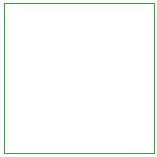
<source format=gbr>
G04 #@! TF.GenerationSoftware,KiCad,Pcbnew,5.0.2-bee76a0~70~ubuntu16.04.1*
G04 #@! TF.CreationDate,2019-07-09T20:02:22-07:00*
G04 #@! TF.ProjectId,reverse-mount-led-test,72657665-7273-4652-9d6d-6f756e742d6c,rev?*
G04 #@! TF.SameCoordinates,Original*
G04 #@! TF.FileFunction,Profile,NP*
%FSLAX46Y46*%
G04 Gerber Fmt 4.6, Leading zero omitted, Abs format (unit mm)*
G04 Created by KiCad (PCBNEW 5.0.2-bee76a0~70~ubuntu16.04.1) date Tue 09 Jul 2019 08:02:22 PM PDT*
%MOMM*%
%LPD*%
G01*
G04 APERTURE LIST*
%ADD10C,0.002540*%
G04 APERTURE END LIST*
D10*
X152400000Y-114300000D02*
X152400000Y-101600000D01*
X165100000Y-114300000D02*
X152400000Y-114300000D01*
X165100000Y-101600000D02*
X165100000Y-114300000D01*
X152400000Y-101600000D02*
X165100000Y-101600000D01*
M02*

</source>
